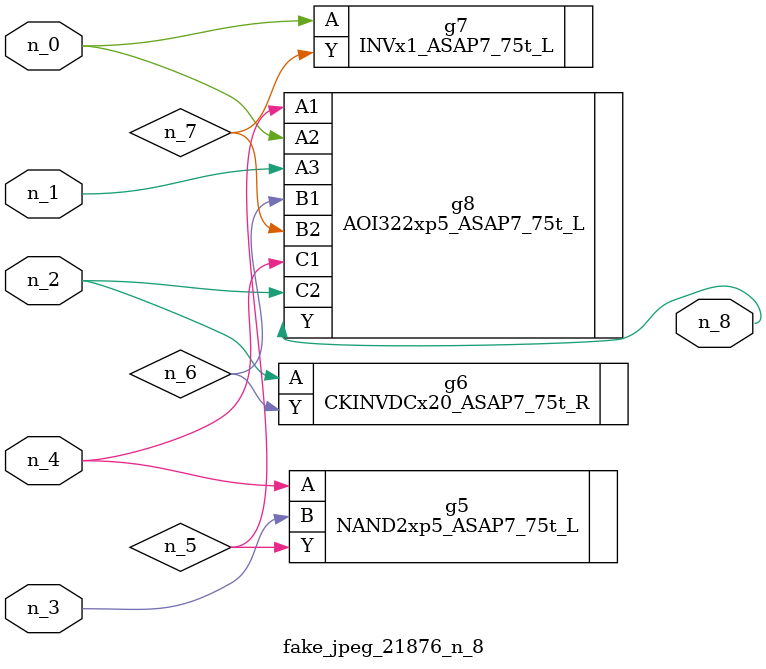
<source format=v>
module fake_jpeg_21876_n_8 (n_3, n_2, n_1, n_0, n_4, n_8);

input n_3;
input n_2;
input n_1;
input n_0;
input n_4;

output n_8;

wire n_6;
wire n_5;
wire n_7;

NAND2xp5_ASAP7_75t_L g5 ( 
.A(n_4),
.B(n_3),
.Y(n_5)
);

CKINVDCx20_ASAP7_75t_R g6 ( 
.A(n_2),
.Y(n_6)
);

INVx1_ASAP7_75t_L g7 ( 
.A(n_0),
.Y(n_7)
);

AOI322xp5_ASAP7_75t_L g8 ( 
.A1(n_5),
.A2(n_0),
.A3(n_1),
.B1(n_6),
.B2(n_7),
.C1(n_4),
.C2(n_2),
.Y(n_8)
);


endmodule
</source>
